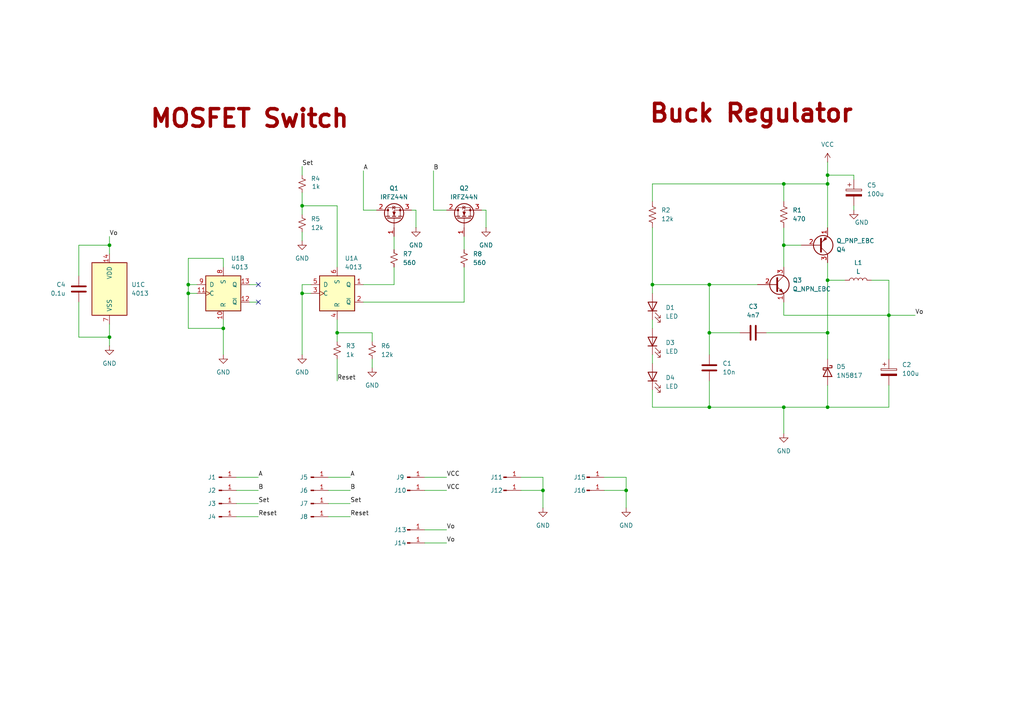
<source format=kicad_sch>
(kicad_sch (version 20231120) (generator "eeschema") (generator_version "8.0")
  (paper "A4")
  (lib_symbols
    (symbol "4xxx:4013" (pin_names (offset 1.016))
      (property "Reference" "U" (at -7.62 8.89 0))
      (property "Value" "4013" (at -7.62 -8.89 0))
      (symbol "4013_1_1"
        (rectangle (start -5.08 5.08) (end 5.08 -5.08) (stroke (width 0.254)) (fill (type background)))
        (pin output line (at 7.62 2.54 180) (length 2.54) (name "Q") (number "1"))
        (pin output line (at 7.62 -2.54 180) (length 2.54) (name "~{Q}") (number "2"))
        (pin input clock (at -7.62 0 0) (length 2.54) (name "C") (number "3"))
        (pin input line (at 0 -7.62 90) (length 2.54) (name "R") (number "4"))
        (pin input line (at -7.62 2.54 0) (length 2.54) (name "D") (number "5"))
        (pin input line (at 0 7.62 270) (length 2.54) (name "S") (number "6"))
      )
      (symbol "4013_2_1"
        (rectangle (start -5.08 5.08) (end 5.08 -5.08) (stroke (width 0.254)) (fill (type background)))
        (pin input line (at 0 -7.62 90) (length 2.54) (name "R") (number "10"))
        (pin input clock (at -7.62 0 0) (length 2.54) (name "C") (number "11"))
        (pin output line (at 7.62 -2.54 180) (length 2.54) (name "~{Q}") (number "12"))
        (pin output line (at 7.62 2.54 180) (length 2.54) (name "Q") (number "13"))
        (pin input line (at 0 7.62 270) (length 2.54) (name "S") (number "8"))
        (pin input line (at -7.62 2.54 0) (length 2.54) (name "D") (number "9"))
      )
      (symbol "4013_3_0"
        (pin power_in line (at 0 10.16 270) (length 2.54) (name "VDD") (number "14"))
        (pin power_in line (at 0 -10.16 90) (length 2.54) (name "VSS") (number "7"))
      )
      (symbol "4013_3_1"
        (rectangle (start -5.08 7.62) (end 5.08 -7.62) (stroke (width 0.254)) (fill (type background)))
      )
    )
    (symbol "Connector:Conn_01x01_Pin" (pin_names (offset 1.016) hide)
      (property "Reference" "J" (at 0 2.54 0))
      (property "Value" "Conn_01x01_Pin" (at 0 -2.54 0))
      (symbol "Conn_01x01_Pin_1_1"
        (polyline (pts (xy 1.27 0) (xy 0.8636 0)) (stroke (width 0.1524)))
        (rectangle (start 0.8636 0.127) (end 0 -0.127) (stroke (width 0.1524)) (fill (type outline)))
        (pin passive line (at 5.08 0 180) (length 3.81) (name "Pin_1") (number "1"))
      )
    )
    (symbol "Device:C" (pin_numbers hide) (pin_names (offset 0.254))
      (property "Reference" "C" (at 0.635 2.54 0))
      (property "Value" "C" (at 0.635 -2.54 0))
      (symbol "C_0_1"
        (polyline (pts (xy -2.032 -0.762) (xy 2.032 -0.762)) (stroke (width 0.508)))
        (polyline (pts (xy -2.032 0.762) (xy 2.032 0.762)) (stroke (width 0.508)))
      )
      (symbol "C_1_1"
        (pin passive line (at 0 3.81 270) (length 2.794) (name "~") (number "1"))
        (pin passive line (at 0 -3.81 90) (length 2.794) (name "~") (number "2"))
      )
    )
    (symbol "Device:C_Polarized" (pin_numbers hide) (pin_names (offset 0.254))
      (property "Reference" "C" (at 0.635 2.54 0))
      (property "Value" "C_Polarized" (at 0.635 -2.54 0))
      (symbol "C_Polarized_0_1"
        (rectangle (start -2.286 0.508) (end 2.286 1.016))
        (polyline (pts (xy -1.778 2.286) (xy -0.762 2.286)))
        (polyline (pts (xy -1.27 2.794) (xy -1.27 1.778)))
        (rectangle (start 2.286 -0.508) (end -2.286 -1.016) (fill (type outline)))
      )
      (symbol "C_Polarized_1_1"
        (pin passive line (at 0 3.81 270) (length 2.794) (name "~") (number "1"))
        (pin passive line (at 0 -3.81 90) (length 2.794) (name "~") (number "2"))
      )
    )
    (symbol "Device:L" (pin_numbers hide) (pin_names (offset 1.016) hide)
      (property "Reference" "L" (at -1.27 0 90))
      (property "Value" "L" (at 1.905 0 90))
      (symbol "L_0_1"
        (arc (start 0 -2.54) (mid 0.6323 -1.905) (end 0 -1.27))
        (arc (start 0 -1.27) (mid 0.6323 -0.635) (end 0 0))
        (arc (start 0 0) (mid 0.6323 0.635) (end 0 1.27))
        (arc (start 0 1.27) (mid 0.6323 1.905) (end 0 2.54))
      )
      (symbol "L_1_1"
        (pin passive line (at 0 3.81 270) (length 1.27) (name "1") (number "1"))
        (pin passive line (at 0 -3.81 90) (length 1.27) (name "2") (number "2"))
      )
    )
    (symbol "Device:LED" (pin_numbers hide) (pin_names (offset 1.016) hide)
      (property "Reference" "D" (at 0 2.54 0))
      (property "Value" "LED" (at 0 -2.54 0))
      (symbol "LED_0_1"
        (polyline (pts (xy -1.27 -1.27) (xy -1.27 1.27)) (stroke (width 0.254)))
        (polyline (pts (xy -1.27 0) (xy 1.27 0)))
        (polyline (pts (xy 1.27 -1.27) (xy 1.27 1.27) (xy -1.27 0) (xy 1.27 -1.27)) (stroke (width 0.254)))
        (polyline (pts (xy -3.048 -0.762) (xy -4.572 -2.286) (xy -3.81 -2.286) (xy -4.572 -2.286) (xy -4.572 -1.524)))
        (polyline (pts (xy -1.778 -0.762) (xy -3.302 -2.286) (xy -2.54 -2.286) (xy -3.302 -2.286) (xy -3.302 -1.524)))
      )
      (symbol "LED_1_1"
        (pin passive line (at -3.81 0 0) (length 2.54) (name "K") (number "1"))
        (pin passive line (at 3.81 0 180) (length 2.54) (name "A") (number "2"))
      )
    )
    (symbol "Device:Q_NPN_EBC" (pin_names (offset 0) hide)
      (property "Reference" "Q" (at 5.08 1.27 0))
      (property "Value" "Q_NPN_EBC" (at 5.08 -1.27 0))
      (symbol "Q_NPN_EBC_0_1"
        (polyline (pts (xy 0.635 0.635) (xy 2.54 2.54)))
        (polyline (pts (xy 0.635 -0.635) (xy 2.54 -2.54) (xy 2.54 -2.54)))
        (polyline (pts (xy 0.635 1.905) (xy 0.635 -1.905) (xy 0.635 -1.905)) (stroke (width 0.508)))
        (polyline (pts (xy 1.27 -1.778) (xy 1.778 -1.27) (xy 2.286 -2.286) (xy 1.27 -1.778) (xy 1.27 -1.778)) (fill (type outline)))
        (circle (center 1.27 0) (radius 2.8194) (stroke (width 0.254)))
      )
      (symbol "Q_NPN_EBC_1_1"
        (pin passive line (at 2.54 -5.08 90) (length 2.54) (name "E") (number "1"))
        (pin passive line (at -5.08 0 0) (length 5.715) (name "B") (number "2"))
        (pin passive line (at 2.54 5.08 270) (length 2.54) (name "C") (number "3"))
      )
    )
    (symbol "Device:Q_PNP_EBC" (pin_names (offset 0) hide)
      (property "Reference" "Q" (at 5.08 1.27 0))
      (property "Value" "Q_PNP_EBC" (at 5.08 -1.27 0))
      (symbol "Q_PNP_EBC_0_1"
        (polyline (pts (xy 0.635 0.635) (xy 2.54 2.54)))
        (polyline (pts (xy 0.635 -0.635) (xy 2.54 -2.54) (xy 2.54 -2.54)))
        (polyline (pts (xy 0.635 1.905) (xy 0.635 -1.905) (xy 0.635 -1.905)) (stroke (width 0.508)))
        (polyline (pts (xy 2.286 -1.778) (xy 1.778 -2.286) (xy 1.27 -1.27) (xy 2.286 -1.778) (xy 2.286 -1.778)) (fill (type outline)))
        (circle (center 1.27 0) (radius 2.8194) (stroke (width 0.254)))
      )
      (symbol "Q_PNP_EBC_1_1"
        (pin passive line (at 2.54 -5.08 90) (length 2.54) (name "E") (number "1"))
        (pin input line (at -5.08 0 0) (length 5.715) (name "B") (number "2"))
        (pin passive line (at 2.54 5.08 270) (length 2.54) (name "C") (number "3"))
      )
    )
    (symbol "Device:R_Small_US" (pin_numbers hide) (pin_names (offset 0.254) hide)
      (property "Reference" "R" (at 0.762 0.508 0))
      (property "Value" "R_Small_US" (at 0.762 -1.016 0))
      (symbol "R_Small_US_1_1"
        (polyline (pts (xy 0 0) (xy 1.016 -0.381) (xy 0 -0.762) (xy -1.016 -1.143) (xy 0 -1.524)))
        (polyline (pts (xy 0 1.524) (xy 1.016 1.143) (xy 0 0.762) (xy -1.016 0.381) (xy 0 0)))
        (pin passive line (at 0 2.54 270) (length 1.016) (name "~") (number "1"))
        (pin passive line (at 0 -2.54 90) (length 1.016) (name "~") (number "2"))
      )
    )
    (symbol "Device:R_US" (pin_numbers hide) (pin_names (offset 0))
      (property "Reference" "R" (at 2.54 0 90))
      (property "Value" "R_US" (at -2.54 0 90))
      (symbol "R_US_0_1"
        (polyline (pts (xy 0 -2.286) (xy 0 -2.54)))
        (polyline (pts (xy 0 2.286) (xy 0 2.54)))
        (polyline (pts (xy 0 -0.762) (xy 1.016 -1.143) (xy 0 -1.524) (xy -1.016 -1.905) (xy 0 -2.286)))
        (polyline (pts (xy 0 0.762) (xy 1.016 0.381) (xy 0 0) (xy -1.016 -0.381) (xy 0 -0.762)))
        (polyline (pts (xy 0 2.286) (xy 1.016 1.905) (xy 0 1.524) (xy -1.016 1.143) (xy 0 0.762)))
      )
      (symbol "R_US_1_1"
        (pin passive line (at 0 3.81 270) (length 1.27) (name "~") (number "1"))
        (pin passive line (at 0 -3.81 90) (length 1.27) (name "~") (number "2"))
      )
    )
    (symbol "Diode:1N5817" (pin_numbers hide) (pin_names (offset 1.016) hide)
      (property "Reference" "D" (at 0 2.54 0))
      (property "Value" "1N5817" (at 0 -2.54 0))
      (symbol "1N5817_0_1"
        (polyline (pts (xy 1.27 0) (xy -1.27 0)))
        (polyline (pts (xy 1.27 1.27) (xy 1.27 -1.27) (xy -1.27 0) (xy 1.27 1.27)) (stroke (width 0.254)))
        (polyline (pts (xy -1.905 0.635) (xy -1.905 1.27) (xy -1.27 1.27) (xy -1.27 -1.27) (xy -0.635 -1.27) (xy -0.635 -0.635)) (stroke (width 0.254)))
      )
      (symbol "1N5817_1_1"
        (pin passive line (at -3.81 0 0) (length 2.54) (name "K") (number "1"))
        (pin passive line (at 3.81 0 180) (length 2.54) (name "A") (number "2"))
      )
    )
    (symbol "Transistor_FET:IRF540N" (pin_names hide)
      (property "Reference" "Q" (at 5.08 1.905 0))
      (property "Value" "IRF540N" (at 5.08 0 0))
      (symbol "IRF540N_0_1"
        (polyline (pts (xy 0.254 0) (xy -2.54 0)))
        (polyline (pts (xy 0.254 1.905) (xy 0.254 -1.905)) (stroke (width 0.254)))
        (polyline (pts (xy 0.762 -1.27) (xy 0.762 -2.286)) (stroke (width 0.254)))
        (polyline (pts (xy 0.762 0.508) (xy 0.762 -0.508)) (stroke (width 0.254)))
        (polyline (pts (xy 0.762 2.286) (xy 0.762 1.27)) (stroke (width 0.254)))
        (polyline (pts (xy 2.54 2.54) (xy 2.54 1.778)))
        (polyline (pts (xy 2.54 -2.54) (xy 2.54 0) (xy 0.762 0)))
        (polyline (pts (xy 0.762 -1.778) (xy 3.302 -1.778) (xy 3.302 1.778) (xy 0.762 1.778)))
        (polyline (pts (xy 1.016 0) (xy 2.032 0.381) (xy 2.032 -0.381) (xy 1.016 0)) (fill (type outline)))
        (polyline (pts (xy 2.794 0.508) (xy 2.921 0.381) (xy 3.683 0.381) (xy 3.81 0.254)))
        (polyline (pts (xy 3.302 0.381) (xy 2.921 -0.254) (xy 3.683 -0.254) (xy 3.302 0.381)))
        (circle (center 1.651 0) (radius 2.794) (stroke (width 0.254)))
        (circle (center 2.54 -1.778) (radius 0.254) (fill (type outline)))
        (circle (center 2.54 1.778) (radius 0.254) (fill (type outline)))
      )
      (symbol "IRF540N_1_1"
        (pin input line (at -5.08 0 0) (length 2.54) (name "G") (number "1"))
        (pin passive line (at 2.54 5.08 270) (length 2.54) (name "D") (number "2"))
        (pin passive line (at 2.54 -5.08 90) (length 2.54) (name "S") (number "3"))
      )
    )
    (symbol "power:GND" (power) (pin_numbers hide) (pin_names (offset 0) hide)
      (property "Value" "GND" (at 0 -3.81 0))
      (symbol "GND_0_1"
        (polyline (pts (xy 0 0) (xy 0 -1.27) (xy 1.27 -1.27) (xy 0 -2.54) (xy -1.27 -1.27) (xy 0 -1.27)))
      )
      (symbol "GND_1_1"
        (pin power_in line (at 0 0 270) (length 0) (name "~") (number "1"))
      )
    )
    (symbol "power:VCC" (power) (pin_numbers hide) (pin_names (offset 0) hide)
      (property "Value" "VCC" (at 0 3.556 0))
      (symbol "VCC_0_1"
        (polyline (pts (xy -0.762 1.27) (xy 0 2.54)))
        (polyline (pts (xy 0 0) (xy 0 2.54)))
        (polyline (pts (xy 0 2.54) (xy 0.762 1.27)))
      )
      (symbol "VCC_1_1"
        (pin power_in line (at 0 0 90) (length 0) (name "~") (number "1"))
      )
    )
  )
  (junction (at 64.77 95.25))
  (junction (at 97.79 96.52))
  (junction (at 54.61 82.55))
  (junction (at 181.61 142.24))
  (junction (at 157.48 142.24))
  (junction (at 31.75 71.12))
  (junction (at 205.74 96.52))
  (junction (at 257.81 91.44))
  (junction (at 87.63 85.09))
  (junction (at 227.33 118.11))
  (junction (at 54.61 85.09))
  (junction (at 240.03 53.34))
  (junction (at 240.03 118.11))
  (junction (at 227.33 71.12))
  (junction (at 189.23 82.55))
  (junction (at 205.74 118.11))
  (junction (at 240.03 50.8))
  (junction (at 227.33 53.34))
  (junction (at 240.03 81.28))
  (junction (at 31.75 97.79))
  (junction (at 87.63 59.69))
  (junction (at 240.03 96.52))
  (junction (at 205.74 82.55))
  (no_connect (at 74.93 82.55))
  (no_connect (at 74.93 87.63))
  (wire (pts (xy 247.65 50.8) (xy 240.03 50.8)))
  (wire (pts (xy 205.74 96.52) (xy 214.63 96.52)))
  (wire (pts (xy 240.03 96.52) (xy 240.03 104.14)))
  (wire (pts (xy 227.33 87.63) (xy 227.33 91.44)))
  (wire (pts (xy 240.03 50.8) (xy 240.03 53.34)))
  (wire (pts (xy 140.97 66.04) (xy 140.97 60.96)))
  (wire (pts (xy 227.33 71.12) (xy 227.33 77.47)))
  (wire (pts (xy 123.19 153.67) (xy 129.54 153.67)))
  (wire (pts (xy 257.81 91.44) (xy 257.81 104.14)))
  (wire (pts (xy 252.73 81.28) (xy 257.81 81.28)))
  (wire (pts (xy 105.41 60.96) (xy 109.22 60.96)))
  (wire (pts (xy 87.63 85.09) (xy 87.63 102.87)))
  (wire (pts (xy 205.74 110.49) (xy 205.74 118.11)))
  (wire (pts (xy 68.58 142.24) (xy 74.93 142.24)))
  (wire (pts (xy 157.48 138.43) (xy 157.48 142.24)))
  (wire (pts (xy 240.03 111.76) (xy 240.03 118.11)))
  (wire (pts (xy 181.61 138.43) (xy 181.61 142.24)))
  (wire (pts (xy 247.65 59.69) (xy 247.65 60.96)))
  (wire (pts (xy 240.03 81.28) (xy 245.11 81.28)))
  (wire (pts (xy 95.25 146.05) (xy 101.6 146.05)))
  (wire (pts (xy 257.81 81.28) (xy 257.81 91.44)))
  (wire (pts (xy 205.74 82.55) (xy 219.71 82.55)))
  (wire (pts (xy 157.48 142.24) (xy 157.48 147.32)))
  (wire (pts (xy 240.03 118.11) (xy 227.33 118.11)))
  (wire (pts (xy 222.25 96.52) (xy 240.03 96.52)))
  (wire (pts (xy 119.38 60.96) (xy 120.65 60.96)))
  (wire (pts (xy 97.79 96.52) (xy 97.79 99.06)))
  (wire (pts (xy 189.23 53.34) (xy 227.33 53.34)))
  (wire (pts (xy 54.61 85.09) (xy 57.15 85.09)))
  (wire (pts (xy 227.33 53.34) (xy 240.03 53.34)))
  (wire (pts (xy 105.41 49.53) (xy 105.41 60.96)))
  (wire (pts (xy 64.77 95.25) (xy 64.77 102.87)))
  (wire (pts (xy 175.26 142.24) (xy 181.61 142.24)))
  (wire (pts (xy 257.81 91.44) (xy 265.43 91.44)))
  (wire (pts (xy 134.62 87.63) (xy 105.41 87.63)))
  (wire (pts (xy 205.74 96.52) (xy 205.74 102.87)))
  (wire (pts (xy 189.23 102.87) (xy 189.23 105.41)))
  (wire (pts (xy 87.63 55.88) (xy 87.63 59.69)))
  (wire (pts (xy 240.03 53.34) (xy 240.03 66.04)))
  (wire (pts (xy 240.03 76.2) (xy 240.03 81.28)))
  (wire (pts (xy 54.61 95.25) (xy 54.61 85.09)))
  (wire (pts (xy 90.17 82.55) (xy 87.63 82.55)))
  (wire (pts (xy 22.86 87.63) (xy 22.86 97.79)))
  (wire (pts (xy 189.23 66.04) (xy 189.23 82.55)))
  (wire (pts (xy 31.75 71.12) (xy 31.75 73.66)))
  (wire (pts (xy 87.63 85.09) (xy 90.17 85.09)))
  (wire (pts (xy 232.41 71.12) (xy 227.33 71.12)))
  (wire (pts (xy 189.23 58.42) (xy 189.23 53.34)))
  (wire (pts (xy 227.33 66.04) (xy 227.33 71.12)))
  (wire (pts (xy 105.41 82.55) (xy 114.3 82.55)))
  (wire (pts (xy 125.73 49.53) (xy 125.73 60.96)))
  (wire (pts (xy 72.39 82.55) (xy 74.93 82.55)))
  (wire (pts (xy 257.81 118.11) (xy 240.03 118.11)))
  (wire (pts (xy 205.74 118.11) (xy 227.33 118.11)))
  (wire (pts (xy 181.61 142.24) (xy 181.61 147.32)))
  (wire (pts (xy 64.77 77.47) (xy 64.77 74.93)))
  (wire (pts (xy 114.3 77.47) (xy 114.3 82.55)))
  (wire (pts (xy 87.63 82.55) (xy 87.63 85.09)))
  (wire (pts (xy 97.79 59.69) (xy 97.79 77.47)))
  (wire (pts (xy 97.79 92.71) (xy 97.79 96.52)))
  (wire (pts (xy 68.58 138.43) (xy 74.93 138.43)))
  (wire (pts (xy 31.75 93.98) (xy 31.75 97.79)))
  (wire (pts (xy 189.23 118.11) (xy 205.74 118.11)))
  (wire (pts (xy 205.74 82.55) (xy 205.74 96.52)))
  (wire (pts (xy 22.86 80.01) (xy 22.86 71.12)))
  (wire (pts (xy 95.25 142.24) (xy 101.6 142.24)))
  (wire (pts (xy 68.58 149.86) (xy 74.93 149.86)))
  (wire (pts (xy 95.25 149.86) (xy 101.6 149.86)))
  (wire (pts (xy 189.23 113.03) (xy 189.23 118.11)))
  (wire (pts (xy 227.33 58.42) (xy 227.33 53.34)))
  (wire (pts (xy 227.33 91.44) (xy 257.81 91.44)))
  (wire (pts (xy 68.58 146.05) (xy 74.93 146.05)))
  (wire (pts (xy 189.23 82.55) (xy 189.23 85.09)))
  (wire (pts (xy 54.61 74.93) (xy 54.61 82.55)))
  (wire (pts (xy 140.97 60.96) (xy 139.7 60.96)))
  (wire (pts (xy 72.39 87.63) (xy 74.93 87.63)))
  (wire (pts (xy 123.19 138.43) (xy 129.54 138.43)))
  (wire (pts (xy 134.62 68.58) (xy 134.62 72.39)))
  (wire (pts (xy 257.81 111.76) (xy 257.81 118.11)))
  (wire (pts (xy 31.75 97.79) (xy 31.75 100.33)))
  (wire (pts (xy 123.19 157.48) (xy 129.54 157.48)))
  (wire (pts (xy 87.63 59.69) (xy 97.79 59.69)))
  (wire (pts (xy 107.95 106.68) (xy 107.95 104.14)))
  (wire (pts (xy 123.19 142.24) (xy 129.54 142.24)))
  (wire (pts (xy 227.33 118.11) (xy 227.33 125.73)))
  (wire (pts (xy 87.63 67.31) (xy 87.63 69.85)))
  (wire (pts (xy 114.3 68.58) (xy 114.3 72.39)))
  (wire (pts (xy 22.86 97.79) (xy 31.75 97.79)))
  (wire (pts (xy 120.65 60.96) (xy 120.65 66.04)))
  (wire (pts (xy 87.63 48.26) (xy 87.63 50.8)))
  (wire (pts (xy 189.23 92.71) (xy 189.23 95.25)))
  (wire (pts (xy 87.63 59.69) (xy 87.63 62.23)))
  (wire (pts (xy 151.13 142.24) (xy 157.48 142.24)))
  (wire (pts (xy 107.95 99.06) (xy 107.95 96.52)))
  (wire (pts (xy 134.62 77.47) (xy 134.62 87.63)))
  (wire (pts (xy 57.15 82.55) (xy 54.61 82.55)))
  (wire (pts (xy 64.77 95.25) (xy 54.61 95.25)))
  (wire (pts (xy 151.13 138.43) (xy 157.48 138.43)))
  (wire (pts (xy 240.03 81.28) (xy 240.03 96.52)))
  (wire (pts (xy 97.79 104.14) (xy 97.79 110.49)))
  (wire (pts (xy 22.86 71.12) (xy 31.75 71.12)))
  (wire (pts (xy 175.26 138.43) (xy 181.61 138.43)))
  (wire (pts (xy 64.77 92.71) (xy 64.77 95.25)))
  (wire (pts (xy 64.77 74.93) (xy 54.61 74.93)))
  (wire (pts (xy 31.75 68.58) (xy 31.75 71.12)))
  (wire (pts (xy 107.95 96.52) (xy 97.79 96.52)))
  (wire (pts (xy 95.25 138.43) (xy 101.6 138.43)))
  (wire (pts (xy 54.61 82.55) (xy 54.61 85.09)))
  (wire (pts (xy 247.65 52.07) (xy 247.65 50.8)))
  (wire (pts (xy 189.23 82.55) (xy 205.74 82.55)))
  (wire (pts (xy 240.03 46.99) (xy 240.03 50.8)))
  (wire (pts (xy 129.54 60.96) (xy 125.73 60.96)))
  (text "Buck Regulator" (at 217.932 33.02 0) (effects (font (size 5.08 5.08) (thickness 1.016) (bold yes))))
  (text "MOSFET Switch" (at 72.39 34.544 0) (effects (font (size 5.08 5.08) (thickness 1.016) (bold yes))))
  (label "Set" (at 87.63 48.26 0))
  (label "A" (at 101.6 138.43 0))
  (label "VCC" (at 129.54 142.24 0))
  (label "Reset" (at 101.6 149.86 0))
  (label "VCC" (at 129.54 138.43 0))
  (label "B" (at 74.93 142.24 0))
  (label "Set" (at 74.93 146.05 0))
  (label "Vo" (at 129.54 153.67 0))
  (label "B" (at 101.6 142.24 0))
  (label "B" (at 125.73 49.53 0))
  (label "A" (at 74.93 138.43 0))
  (label "Set" (at 101.6 146.05 0))
  (label "Reset" (at 97.79 110.49 0))
  (label "Reset" (at 74.93 149.86 0))
  (label "Vo" (at 265.43 91.44 0))
  (label "A" (at 105.41 49.53 0))
  (label "Vo" (at 129.54 157.48 0))
  (label "Vo" (at 31.75 68.58 0))
  (symbol (lib_id "Connector:Conn_01x01_Pin") (at 118.11 157.48 0) (unit 1)
    (property "Reference" "J14" (at 116.078 157.48 0))
    (property "Value" "Conn_01x01_Pin" (effects (hide yes)))
    (property "Footprint" "Connector_Wire:SolderWire-0.1sqmm_1x01_D0.4mm_OD1mm" (effects (hide yes)))
    (property "Description" "Generic connector, single row, 01x01, script generated" (effects (hide yes)))
  )
  (symbol (lib_id "Device:LED") (at 189.23 99.06 90) (unit 1)
    (property "Reference" "D3" (at 193.04 99.3774 90) (effects (justify right)))
    (property "Value" "LED" (at 193.04 101.9174 90) (effects (justify right)))
    (property "Footprint" "LED_THT:LED_D5.0mm" (effects (hide yes)))
    (property "Description" "Light emitting diode" (effects (hide yes)))
  )
  (symbol (lib_id "Connector:Conn_01x01_Pin") (at 63.5 146.05 0) (unit 1)
    (property "Reference" "J3" (at 61.468 146.05 0))
    (property "Value" "Conn_01x01_Pin" (effects (hide yes)))
    (property "Footprint" "Connector_Wire:SolderWire-0.1sqmm_1x01_D0.4mm_OD1mm" (effects (hide yes)))
    (property "Description" "Generic connector, single row, 01x01, script generated" (effects (hide yes)))
  )
  (symbol (lib_id "Device:L") (at 248.92 81.28 90) (unit 1)
    (property "Reference" "L1" (at 248.92 76.2 90))
    (property "Value" "L" (at 248.92 78.74 90))
    (property "Footprint" "Inductor_THT:L_Radial_D7.0mm_P3.00mm" (effects (hide yes)))
    (property "Description" "Inductor" (effects (hide yes)))
  )
  (symbol (lib_id "power:VCC") (at 240.03 46.99 0) (unit 1)
    (property "Reference" "#PWR02" (effects (hide yes)))
    (property "Value" "VCC" (at 240.03 41.91 0))
    (property "Description" "Power symbol creates a global label with name \"VCC\"" (effects (hide yes)))
  )
  (symbol (lib_id "Diode:1N5817") (at 240.03 107.95 270) (unit 1)
    (property "Reference" "D5" (at 242.57 106.3624 90) (effects (justify left)))
    (property "Value" "1N5817" (at 242.57 108.9024 90) (effects (justify left)))
    (property "Footprint" "Diode_THT:D_DO-41_SOD81_P10.16mm_Horizontal" (effects (hide yes)))
    (property "Datasheet" "http://www.vishay.com/docs/88525/1n5817.pdf" (effects (hide yes)))
    (property "Description" "20V 1A Schottky Barrier Rectifier Diode, DO-41" (effects (hide yes)))
  )
  (symbol (lib_id "power:GND") (at 181.61 147.32 0) (unit 1)
    (property "Reference" "#PWR010" (effects (hide yes)))
    (property "Value" "GND" (at 181.61 152.4 0))
    (property "Description" "Power symbol creates a global label with name \"GND\" , ground" (effects (hide yes)))
  )
  (symbol (lib_id "power:GND") (at 157.48 147.32 0) (unit 1)
    (property "Reference" "#PWR09" (effects (hide yes)))
    (property "Value" "GND" (at 157.48 152.4 0))
    (property "Description" "Power symbol creates a global label with name \"GND\" , ground" (effects (hide yes)))
  )
  (symbol (lib_id "Connector:Conn_01x01_Pin") (at 146.05 142.24 0) (unit 1)
    (property "Reference" "J12" (at 144.018 142.24 0))
    (property "Value" "Conn_01x01_Pin" (effects (hide yes)))
    (property "Footprint" "Connector_Wire:SolderWire-0.1sqmm_1x01_D0.4mm_OD1mm" (effects (hide yes)))
    (property "Description" "Generic connector, single row, 01x01, script generated" (effects (hide yes)))
  )
  (symbol (lib_id "Device:C_Polarized") (at 247.65 55.88 0) (unit 1)
    (property "Reference" "C5" (at 251.46 53.7209 0) (effects (justify left)))
    (property "Value" "100u" (at 251.46 56.2609 0) (effects (justify left)))
    (property "Footprint" "Capacitor_THT:CP_Radial_D5.0mm_P2.50mm" (effects (hide yes)))
    (property "Description" "Polarized capacitor" (effects (hide yes)))
  )
  (symbol (lib_id "power:GND") (at 107.95 106.68 0) (unit 1)
    (property "Reference" "#PWR011" (effects (hide yes)))
    (property "Value" "GND" (at 107.95 111.76 0))
    (property "Description" "Power symbol creates a global label with name \"GND\" , ground" (effects (hide yes)))
  )
  (symbol (lib_id "Device:R_Small_US") (at 107.95 101.6 0) (unit 1)
    (property "Reference" "R6" (at 110.49 100.3299 0) (effects (justify left)))
    (property "Value" "12k" (at 110.49 102.8699 0) (effects (justify left)))
    (property "Footprint" "Resistor_SMD:R_0603_1608Metric_Pad0.98x0.95mm_HandSolder" (effects (hide yes)))
    (property "Description" "Resistor, small US symbol" (effects (hide yes)))
  )
  (symbol (lib_id "Device:LED") (at 189.23 88.9 90) (unit 1)
    (property "Reference" "D1" (at 193.04 89.2174 90) (effects (justify right)))
    (property "Value" "LED" (at 193.04 91.7574 90) (effects (justify right)))
    (property "Footprint" "LED_THT:LED_D5.0mm" (effects (hide yes)))
    (property "Description" "Light emitting diode" (effects (hide yes)))
  )
  (symbol (lib_id "Device:C") (at 218.44 96.52 90) (unit 1)
    (property "Reference" "C3" (at 218.44 88.9 90))
    (property "Value" "4n7" (at 218.44 91.44 90))
    (property "Footprint" "Capacitor_THT:C_Disc_D5.1mm_W3.2mm_P5.00mm" (effects (hide yes)))
    (property "Description" "Unpolarized capacitor" (effects (hide yes)))
  )
  (symbol (lib_id "Device:R_Small_US") (at 87.63 64.77 0) (unit 1)
    (property "Reference" "R5" (at 90.17 63.4999 0) (effects (justify left)))
    (property "Value" "12k" (at 90.17 66.0399 0) (effects (justify left)))
    (property "Footprint" "Resistor_SMD:R_0603_1608Metric_Pad0.98x0.95mm_HandSolder" (effects (hide yes)))
    (property "Description" "Resistor, small US symbol" (effects (hide yes)))
  )
  (symbol (lib_id "Device:R_Small_US") (at 114.3 74.93 0) (unit 1)
    (property "Reference" "R7" (at 116.84 73.6599 0) (effects (justify left)))
    (property "Value" "560" (at 116.84 76.1999 0) (effects (justify left)))
    (property "Footprint" "Resistor_SMD:R_0603_1608Metric_Pad0.98x0.95mm_HandSolder" (effects (hide yes)))
    (property "Description" "Resistor, small US symbol" (effects (hide yes)))
  )
  (symbol (lib_id "Connector:Conn_01x01_Pin") (at 118.11 153.67 0) (unit 1)
    (property "Reference" "J13" (at 116.078 153.67 0))
    (property "Value" "Conn_01x01_Pin" (effects (hide yes)))
    (property "Footprint" "Connector_Wire:SolderWire-0.1sqmm_1x01_D0.4mm_OD1mm" (effects (hide yes)))
    (property "Description" "Generic connector, single row, 01x01, script generated" (effects (hide yes)))
  )
  (symbol (lib_id "power:GND") (at 87.63 69.85 0) (unit 1)
    (property "Reference" "#PWR012" (effects (hide yes)))
    (property "Value" "GND" (at 87.63 74.93 0))
    (property "Description" "Power symbol creates a global label with name \"GND\" , ground" (effects (hide yes)))
  )
  (symbol (lib_id "power:GND") (at 120.65 66.04 0) (unit 1)
    (property "Reference" "#PWR06" (effects (hide yes)))
    (property "Value" "GND" (at 120.65 71.12 0))
    (property "Description" "Power symbol creates a global label with name \"GND\" , ground" (effects (hide yes)))
  )
  (symbol (lib_id "Transistor_FET:IRF540N") (at 114.3 63.5 90) (unit 1)
    (property "Reference" "Q1" (at 114.3 54.61 90))
    (property "Value" "IRFZ44N" (at 114.3 57.15 90))
    (property "Footprint" "Package_TO_SOT_THT:TO-220-3_Vertical" (effects (hide yes)))
    (property "Datasheet" "http://www.irf.com/product-info/datasheets/data/irf540n.pdf" (effects (hide yes)))
    (property "Description" "33A Id, 100V Vds, HEXFET N-Channel MOSFET, TO-220" (effects (hide yes)))
  )
  (symbol (lib_id "Connector:Conn_01x01_Pin") (at 146.05 138.43 0) (unit 1)
    (property "Reference" "J11" (at 144.018 138.43 0))
    (property "Value" "Conn_01x01_Pin" (effects (hide yes)))
    (property "Footprint" "Connector_Wire:SolderWire-0.1sqmm_1x01_D0.4mm_OD1mm" (effects (hide yes)))
    (property "Description" "Generic connector, single row, 01x01, script generated" (effects (hide yes)))
  )
  (symbol (lib_id "Connector:Conn_01x01_Pin") (at 170.18 138.43 0) (unit 1)
    (property "Reference" "J15" (at 168.148 138.43 0))
    (property "Value" "Conn_01x01_Pin" (effects (hide yes)))
    (property "Footprint" "Connector_Wire:SolderWire-0.1sqmm_1x01_D0.4mm_OD1mm" (effects (hide yes)))
    (property "Description" "Generic connector, single row, 01x01, script generated" (effects (hide yes)))
  )
  (symbol (lib_id "Device:Q_NPN_EBC") (at 224.79 82.55 0) (unit 1)
    (property "Reference" "Q3" (at 229.87 81.2799 0) (effects (justify left)))
    (property "Value" "Q_NPN_EBC" (at 229.87 83.8199 0) (effects (justify left)))
    (property "Footprint" "Package_TO_SOT_THT:TO-92L_Inline_Wide" (effects (hide yes)))
    (property "Description" "NPN transistor, emitter/base/collector" (effects (hide yes)))
  )
  (symbol (lib_id "Connector:Conn_01x01_Pin") (at 170.18 142.24 0) (unit 1)
    (property "Reference" "J16" (at 168.148 142.24 0))
    (property "Value" "Conn_01x01_Pin" (effects (hide yes)))
    (property "Footprint" "Connector_Wire:SolderWire-0.1sqmm_1x01_D0.4mm_OD1mm" (effects (hide yes)))
    (property "Description" "Generic connector, single row, 01x01, script generated" (effects (hide yes)))
  )
  (symbol (lib_id "Device:R_Small_US") (at 97.79 101.6 0) (unit 1)
    (property "Reference" "R3" (at 100.33 100.3299 0) (effects (justify left)))
    (property "Value" "1k" (at 100.33 102.8699 0) (effects (justify left)))
    (property "Footprint" "Resistor_SMD:R_0603_1608Metric_Pad0.98x0.95mm_HandSolder" (effects (hide yes)))
    (property "Description" "Resistor, small US symbol" (effects (hide yes)))
  )
  (symbol (lib_id "4xxx:4013") (at 31.75 83.82 0) (unit 3)
    (property "Reference" "U1" (at 38.1 82.5499 0) (effects (justify left)))
    (property "Value" "4013" (at 38.1 85.0899 0) (effects (justify left)))
    (property "Footprint" "Package_DIP:DIP-14_W7.62mm_LongPads" (effects (hide yes)))
    (property "Datasheet" "http://www.onsemi.com/pub/Collateral/MC14013B-D.PDF" (effects (hide yes)))
    (property "Description" "Dual D  FlipFlop, Set & reset" (effects (hide yes)))
  )
  (symbol (lib_id "4xxx:4013") (at 97.79 85.09 0) (unit 1)
    (property "Reference" "U1" (at 99.9841 74.93 0) (effects (justify left)))
    (property "Value" "4013" (at 99.9841 77.47 0) (effects (justify left)))
    (property "Footprint" "Package_DIP:DIP-14_W7.62mm_LongPads" (effects (hide yes)))
    (property "Datasheet" "http://www.onsemi.com/pub/Collateral/MC14013B-D.PDF" (effects (hide yes)))
    (property "Description" "Dual D  FlipFlop, Set & reset" (effects (hide yes)))
  )
  (symbol (lib_id "power:GND") (at 87.63 102.87 0) (unit 1)
    (property "Reference" "#PWR05" (effects (hide yes)))
    (property "Value" "GND" (at 87.63 107.95 0))
    (property "Description" "Power symbol creates a global label with name \"GND\" , ground" (effects (hide yes)))
  )
  (symbol (lib_id "Device:C") (at 205.74 106.68 0) (unit 1)
    (property "Reference" "C1" (at 209.55 105.4099 0) (effects (justify left)))
    (property "Value" "10n" (at 209.55 107.9499 0) (effects (justify left)))
    (property "Footprint" "Capacitor_THT:C_Disc_D5.1mm_W3.2mm_P5.00mm" (effects (hide yes)))
    (property "Description" "Unpolarized capacitor" (effects (hide yes)))
  )
  (symbol (lib_id "Device:R_Small_US") (at 87.63 53.34 0) (unit 1)
    (property "Reference" "R4" (at 90.17 51.816 0) (effects (justify left)))
    (property "Value" "1k" (at 90.424 54.102 0) (effects (justify left)))
    (property "Footprint" "Resistor_SMD:R_0603_1608Metric_Pad0.98x0.95mm_HandSolder" (effects (hide yes)))
    (property "Description" "Resistor, small US symbol" (effects (hide yes)))
  )
  (symbol (lib_id "Device:R_US") (at 227.33 62.23 0) (unit 1)
    (property "Reference" "R1" (at 229.87 60.9599 0) (effects (justify left)))
    (property "Value" "470" (at 229.87 63.4999 0) (effects (justify left)))
    (property "Footprint" "Resistor_THT:R_Axial_DIN0207_L6.3mm_D2.5mm_P7.62mm_Horizontal" (effects (hide yes)))
    (property "Description" "Resistor, US symbol" (effects (hide yes)))
  )
  (symbol (lib_id "Device:R_US") (at 189.23 62.23 0) (unit 1)
    (property "Reference" "R2" (at 191.77 60.9599 0) (effects (justify left)))
    (property "Value" "12k" (at 191.77 63.4999 0) (effects (justify left)))
    (property "Footprint" "Resistor_THT:R_Axial_DIN0207_L6.3mm_D2.5mm_P7.62mm_Horizontal" (effects (hide yes)))
    (property "Description" "Resistor, US symbol" (effects (hide yes)))
  )
  (symbol (lib_id "Connector:Conn_01x01_Pin") (at 118.11 138.43 0) (unit 1)
    (property "Reference" "J9" (at 116.078 138.43 0))
    (property "Value" "Conn_01x01_Pin" (effects (hide yes)))
    (property "Footprint" "Connector_Wire:SolderWire-0.1sqmm_1x01_D0.4mm_OD1mm" (effects (hide yes)))
    (property "Description" "Generic connector, single row, 01x01, script generated" (effects (hide yes)))
  )
  (symbol (lib_id "power:GND") (at 227.33 125.73 0) (unit 1)
    (property "Reference" "#PWR01" (effects (hide yes)))
    (property "Value" "GND" (at 227.33 130.81 0))
    (property "Description" "Power symbol creates a global label with name \"GND\" , ground" (effects (hide yes)))
  )
  (symbol (lib_id "Connector:Conn_01x01_Pin") (at 63.5 149.86 0) (unit 1)
    (property "Reference" "J4" (at 61.468 149.86 0))
    (property "Value" "Conn_01x01_Pin" (effects (hide yes)))
    (property "Footprint" "Connector_Wire:SolderWire-0.1sqmm_1x01_D0.4mm_OD1mm" (effects (hide yes)))
    (property "Description" "Generic connector, single row, 01x01, script generated" (effects (hide yes)))
  )
  (symbol (lib_id "Device:LED") (at 189.23 109.22 90) (unit 1)
    (property "Reference" "D4" (at 193.04 109.5374 90) (effects (justify right)))
    (property "Value" "LED" (at 193.04 112.0774 90) (effects (justify right)))
    (property "Footprint" "LED_THT:LED_D5.0mm" (effects (hide yes)))
    (property "Description" "Light emitting diode" (effects (hide yes)))
  )
  (symbol (lib_id "Device:R_Small_US") (at 134.62 74.93 0) (unit 1)
    (property "Reference" "R8" (at 137.16 73.6599 0) (effects (justify left)))
    (property "Value" "560" (at 137.16 76.1999 0) (effects (justify left)))
    (property "Footprint" "Resistor_SMD:R_0603_1608Metric_Pad0.98x0.95mm_HandSolder" (effects (hide yes)))
    (property "Description" "Resistor, small US symbol" (effects (hide yes)))
  )
  (symbol (lib_id "Connector:Conn_01x01_Pin") (at 63.5 142.24 0) (unit 1)
    (property "Reference" "J2" (at 61.468 142.24 0))
    (property "Value" "Conn_01x01_Pin" (effects (hide yes)))
    (property "Footprint" "Connector_Wire:SolderWire-0.1sqmm_1x01_D0.4mm_OD1mm" (effects (hide yes)))
    (property "Description" "Generic connector, single row, 01x01, script generated" (effects (hide yes)))
  )
  (symbol (lib_id "Device:Q_PNP_EBC") (at 237.49 71.12 0) (mirror x) (unit 1)
    (property "Reference" "Q4" (at 242.57 72.3901 0) (effects (justify left)))
    (property "Value" "Q_PNP_EBC" (at 242.57 69.8501 0) (effects (justify left)))
    (property "Footprint" "Package_TO_SOT_THT:TO-92L_Inline_Wide" (effects (hide yes)))
    (property "Description" "PNP transistor, emitter/base/collector" (effects (hide yes)))
  )
  (symbol (lib_id "4xxx:4013") (at 64.77 85.09 0) (unit 2)
    (property "Reference" "U1" (at 66.9641 74.93 0) (effects (justify left)))
    (property "Value" "4013" (at 66.9641 77.47 0) (effects (justify left)))
    (property "Footprint" "Package_DIP:DIP-14_W7.62mm_LongPads" (effects (hide yes)))
    (property "Datasheet" "http://www.onsemi.com/pub/Collateral/MC14013B-D.PDF" (effects (hide yes)))
    (property "Description" "Dual D  FlipFlop, Set & reset" (effects (hide yes)))
  )
  (symbol (lib_id "power:GND") (at 247.65 60.96 0) (unit 1)
    (property "Reference" "#PWR08" (effects (hide yes)))
    (property "Value" "GND" (at 249.936 64.516 0))
    (property "Description" "Power symbol creates a global label with name \"GND\" , ground" (effects (hide yes)))
  )
  (symbol (lib_id "Device:C_Polarized") (at 257.81 107.95 0) (unit 1)
    (property "Reference" "C2" (at 261.62 105.7909 0) (effects (justify left)))
    (property "Value" "100u" (at 261.62 108.3309 0) (effects (justify left)))
    (property "Footprint" "Capacitor_THT:CP_Radial_D5.0mm_P2.50mm" (effects (hide yes)))
    (property "Description" "Polarized capacitor" (effects (hide yes)))
  )
  (symbol (lib_id "Connector:Conn_01x01_Pin") (at 90.17 149.86 0) (unit 1)
    (property "Reference" "J8" (at 88.138 149.86 0))
    (property "Value" "Conn_01x01_Pin" (effects (hide yes)))
    (property "Footprint" "Connector_Wire:SolderWire-0.1sqmm_1x01_D0.4mm_OD1mm" (effects (hide yes)))
    (property "Description" "Generic connector, single row, 01x01, script generated" (effects (hide yes)))
  )
  (symbol (lib_id "Device:C") (at 22.86 83.82 0) (mirror y) (unit 1)
    (property "Reference" "C4" (at 19.05 82.5499 0) (effects (justify left)))
    (property "Value" "0.1u" (at 19.05 85.0899 0) (effects (justify left)))
    (property "Footprint" "Capacitor_THT:C_Disc_D5.1mm_W3.2mm_P5.00mm" (effects (hide yes)))
    (property "Description" "Unpolarized capacitor" (effects (hide yes)))
  )
  (symbol (lib_id "power:GND") (at 31.75 100.33 0) (unit 1)
    (property "Reference" "#PWR03" (effects (hide yes)))
    (property "Value" "GND" (at 31.75 105.41 0))
    (property "Description" "Power symbol creates a global label with name \"GND\" , ground" (effects (hide yes)))
  )
  (symbol (lib_id "Connector:Conn_01x01_Pin") (at 63.5 138.43 0) (unit 1)
    (property "Reference" "J1" (at 61.468 138.43 0))
    (property "Value" "Conn_01x01_Pin" (effects (hide yes)))
    (property "Footprint" "Connector_Wire:SolderWire-0.1sqmm_1x01_D0.4mm_OD1mm" (effects (hide yes)))
    (property "Description" "Generic connector, single row, 01x01, script generated" (effects (hide yes)))
  )
  (symbol (lib_id "Connector:Conn_01x01_Pin") (at 90.17 146.05 0) (unit 1)
    (property "Reference" "J7" (at 88.138 146.05 0))
    (property "Value" "Conn_01x01_Pin" (effects (hide yes)))
    (property "Footprint" "Connector_Wire:SolderWire-0.1sqmm_1x01_D0.4mm_OD1mm" (effects (hide yes)))
    (property "Description" "Generic connector, single row, 01x01, script generated" (effects (hide yes)))
  )
  (symbol (lib_id "power:GND") (at 64.77 102.87 0) (unit 1)
    (property "Reference" "#PWR04" (effects (hide yes)))
    (property "Value" "GND" (at 64.77 107.95 0))
    (property "Description" "Power symbol creates a global label with name \"GND\" , ground" (effects (hide yes)))
  )
  (symbol (lib_id "Transistor_FET:IRF540N") (at 134.62 63.5 90) (unit 1)
    (property "Reference" "Q2" (at 134.62 54.61 90))
    (property "Value" "IRFZ44N" (at 134.62 57.15 90))
    (property "Footprint" "Package_TO_SOT_THT:TO-220-3_Vertical" (effects (hide yes)))
    (property "Datasheet" "http://www.irf.com/product-info/datasheets/data/irf540n.pdf" (effects (hide yes)))
    (property "Description" "33A Id, 100V Vds, HEXFET N-Channel MOSFET, TO-220" (effects (hide yes)))
  )
  (symbol (lib_id "Connector:Conn_01x01_Pin") (at 90.17 142.24 0) (unit 1)
    (property "Reference" "J6" (at 88.138 142.24 0))
    (property "Value" "Conn_01x01_Pin" (effects (hide yes)))
    (property "Footprint" "Connector_Wire:SolderWire-0.1sqmm_1x01_D0.4mm_OD1mm" (effects (hide yes)))
    (property "Description" "Generic connector, single row, 01x01, script generated" (effects (hide yes)))
  )
  (symbol (lib_id "Connector:Conn_01x01_Pin") (at 90.17 138.43 0) (unit 1)
    (property "Reference" "J5" (at 88.138 138.43 0))
    (property "Value" "Conn_01x01_Pin" (effects (hide yes)))
    (property "Footprint" "Connector_Wire:SolderWire-0.1sqmm_1x01_D0.4mm_OD1mm" (effects (hide yes)))
    (property "Description" "Generic connector, single row, 01x01, script generated" (effects (hide yes)))
  )
  (symbol (lib_id "power:GND") (at 140.97 66.04 0) (unit 1)
    (property "Reference" "#PWR07" (effects (hide yes)))
    (property "Value" "GND" (at 140.97 71.12 0))
    (property "Description" "Power symbol creates a global label with name \"GND\" , ground" (effects (hide yes)))
  )
  (symbol (lib_id "Connector:Conn_01x01_Pin") (at 118.11 142.24 0) (unit 1)
    (property "Reference" "J10" (at 116.078 142.24 0))
    (property "Value" "Conn_01x01_Pin" (effects (hide yes)))
    (property "Footprint" "Connector_Wire:SolderWire-0.1sqmm_1x01_D0.4mm_OD1mm" (effects (hide yes)))
    (property "Description" "Generic connector, single row, 01x01, script generated" (effects (hide yes)))
  )
)
</source>
